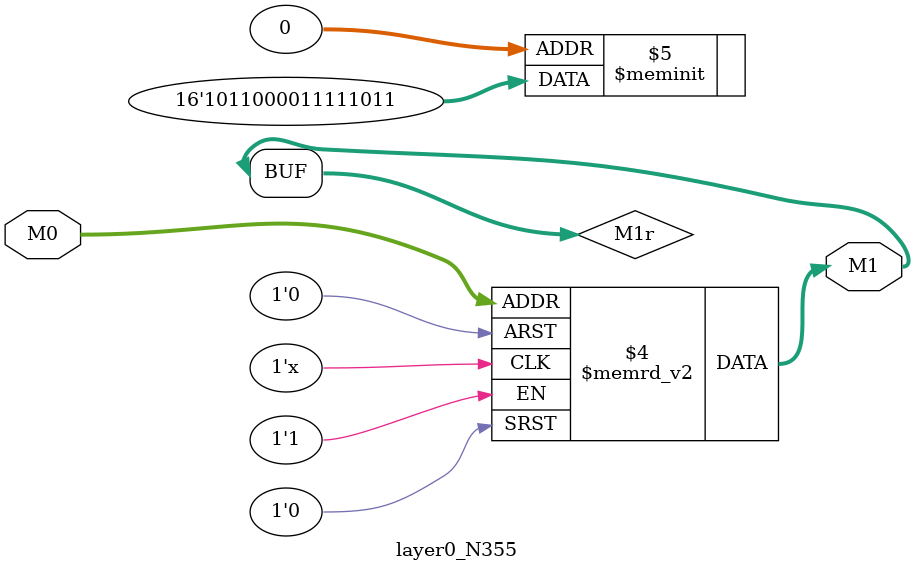
<source format=v>
module layer0_N355 ( input [2:0] M0, output [1:0] M1 );

	(*rom_style = "distributed" *) reg [1:0] M1r;
	assign M1 = M1r;
	always @ (M0) begin
		case (M0)
			3'b000: M1r = 2'b11;
			3'b100: M1r = 2'b00;
			3'b010: M1r = 2'b11;
			3'b110: M1r = 2'b11;
			3'b001: M1r = 2'b10;
			3'b101: M1r = 2'b00;
			3'b011: M1r = 2'b11;
			3'b111: M1r = 2'b10;

		endcase
	end
endmodule

</source>
